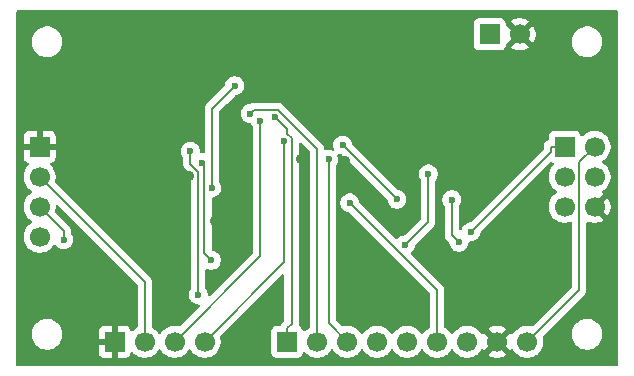
<source format=gbl>
%TF.GenerationSoftware,KiCad,Pcbnew,9.0.6-9.0.6~ubuntu24.04.1*%
%TF.CreationDate,2025-12-02T23:55:24-06:00*%
%TF.ProjectId,mcu_datalogger,6d63755f-6461-4746-916c-6f676765722e,v1*%
%TF.SameCoordinates,Original*%
%TF.FileFunction,Copper,L2,Bot*%
%TF.FilePolarity,Positive*%
%FSLAX46Y46*%
G04 Gerber Fmt 4.6, Leading zero omitted, Abs format (unit mm)*
G04 Created by KiCad (PCBNEW 9.0.6-9.0.6~ubuntu24.04.1) date 2025-12-02 23:55:24*
%MOMM*%
%LPD*%
G01*
G04 APERTURE LIST*
%TA.AperFunction,ComponentPad*%
%ADD10R,1.700000X1.700000*%
%TD*%
%TA.AperFunction,ComponentPad*%
%ADD11C,1.700000*%
%TD*%
%TA.AperFunction,ViaPad*%
%ADD12C,0.600000*%
%TD*%
%TA.AperFunction,ViaPad*%
%ADD13C,0.900000*%
%TD*%
%TA.AperFunction,Conductor*%
%ADD14C,0.200000*%
%TD*%
G04 APERTURE END LIST*
D10*
%TO.P,BT1,1,+*%
%TO.N,VCC*%
X103505000Y-46990000D03*
D11*
%TO.P,BT1,2,-*%
%TO.N,GND*%
X106045000Y-46990000D03*
%TD*%
D10*
%TO.P,J4,1,Pin_1*%
%TO.N,/MISO*%
X109855000Y-56515000D03*
D11*
%TO.P,J4,2,Pin_2*%
%TO.N,/Vcc*%
X112395000Y-56515000D03*
%TO.P,J4,3,Pin_3*%
%TO.N,/SCK*%
X109855000Y-59055000D03*
%TO.P,J4,4,Pin_4*%
%TO.N,/MOSI*%
X112395000Y-59055000D03*
%TO.P,J4,5,Pin_5*%
%TO.N,/RESET*%
X109855000Y-61595000D03*
%TO.P,J4,6,Pin_6*%
%TO.N,GND*%
X112395000Y-61595000D03*
%TD*%
D10*
%TO.P,J3,1,Pin_1*%
%TO.N,/D2*%
X86360000Y-73025000D03*
D11*
%TO.P,J3,2,Pin_2*%
%TO.N,/D3*%
X88900000Y-73025000D03*
%TO.P,J3,3,Pin_3*%
%TO.N,/D4*%
X91440000Y-73025000D03*
%TO.P,J3,4,Pin_4*%
%TO.N,/D5*%
X93980000Y-73025000D03*
%TO.P,J3,5,Pin_5*%
%TO.N,/D6*%
X96520000Y-73025000D03*
%TO.P,J3,6,Pin_6*%
%TO.N,/D7*%
X99060000Y-73025000D03*
%TO.P,J3,7,Pin_7*%
%TO.N,/D8*%
X101600000Y-73025000D03*
%TO.P,J3,8,Pin_8*%
%TO.N,GND*%
X104140000Y-73025000D03*
%TO.P,J3,9,Pin_9*%
%TO.N,/Vcc*%
X106680000Y-73025000D03*
%TD*%
D10*
%TO.P,J2,1,Pin_1*%
%TO.N,GND*%
X71755000Y-73025000D03*
D11*
%TO.P,J2,2,Pin_2*%
%TO.N,/Vcc*%
X74295000Y-73025000D03*
%TO.P,J2,3,Pin_3*%
%TO.N,/RX*%
X76835000Y-73025000D03*
%TO.P,J2,4,Pin_4*%
%TO.N,/TX*%
X79375000Y-73025000D03*
%TD*%
D10*
%TO.P,J1,1,Pin_1*%
%TO.N,GND*%
X65405000Y-56515000D03*
D11*
%TO.P,J1,2,Pin_2*%
%TO.N,/Vcc*%
X65405000Y-59055000D03*
%TO.P,J1,3,Pin_3*%
%TO.N,/SDA*%
X65405000Y-61595000D03*
%TO.P,J1,4,Pin_4*%
%TO.N,/SCL*%
X65405000Y-64135000D03*
%TD*%
D12*
%TO.N,Net-(U3-~{INTA})*%
X78846400Y-69061200D03*
X78168900Y-56892200D03*
%TO.N,Net-(U3-SQW{slash}~INT)*%
X79934300Y-66115400D03*
X79110700Y-57863600D03*
%TO.N,/MISO*%
X101901400Y-63724000D03*
%TO.N,/RESET*%
X91052000Y-56364300D03*
X95660300Y-60969600D03*
%TO.N,/D4*%
X89871600Y-57579700D03*
%TO.N,/D3*%
X83251500Y-53703300D03*
%TO.N,/D2*%
X85320100Y-53984400D03*
%TO.N,/D7*%
X91668800Y-61268500D03*
%TO.N,/TX*%
X86131900Y-56028300D03*
%TO.N,/RX*%
X84078400Y-54325200D03*
%TO.N,/SDA*%
X81907700Y-51349600D03*
X79965700Y-60007000D03*
X67438700Y-64382200D03*
%TO.N,Net-(D1-K)*%
X100300100Y-60989200D03*
X100904400Y-64610900D03*
%TO.N,Net-(U4-AREF)*%
X96379400Y-64800100D03*
X98319200Y-58810800D03*
D13*
%TO.N,GND*%
X96142900Y-48619400D03*
X78761500Y-48619400D03*
X107643500Y-55700800D03*
X78044600Y-59025100D03*
X86698500Y-50830300D03*
X101571600Y-45828000D03*
X99039800Y-65700800D03*
X101601100Y-60007000D03*
X72294300Y-50266700D03*
X99547100Y-57160100D03*
X73024800Y-62853900D03*
X91289300Y-57697300D03*
X72294300Y-48506300D03*
X80260400Y-62783200D03*
X87564500Y-57551800D03*
%TD*%
D14*
%TO.N,Net-(U3-~{INTA})*%
X78846400Y-58618200D02*
X78846400Y-69061200D01*
X78168900Y-57940700D02*
X78846400Y-58618200D01*
X78168900Y-56892200D02*
X78168900Y-57940700D01*
%TO.N,Net-(U3-SQW{slash}~INT)*%
X79364000Y-65545100D02*
X79934300Y-66115400D01*
X79364000Y-58116900D02*
X79364000Y-65545100D01*
X79110700Y-57863600D02*
X79364000Y-58116900D01*
%TO.N,/MISO*%
X108703300Y-56922100D02*
X101901400Y-63724000D01*
X108703300Y-56515000D02*
X108703300Y-56922100D01*
X109855000Y-56515000D02*
X108703300Y-56515000D01*
%TO.N,/RESET*%
X91579100Y-56891400D02*
X91052000Y-56364300D01*
X91579100Y-56891500D02*
X91579100Y-56891400D01*
X91617400Y-56891500D02*
X91579100Y-56891500D01*
X95660300Y-60934400D02*
X91617400Y-56891500D01*
X95660300Y-60969600D02*
X95660300Y-60934400D01*
%TO.N,/D4*%
X89871600Y-71456600D02*
X91440000Y-73025000D01*
X89871600Y-57579700D02*
X89871600Y-71456600D01*
%TO.N,/D3*%
X83572200Y-53382600D02*
X83251500Y-53703300D01*
X85580600Y-53382600D02*
X83572200Y-53382600D01*
X88900000Y-56702000D02*
X85580600Y-53382600D01*
X88900000Y-73025000D02*
X88900000Y-56702000D01*
%TO.N,/D2*%
X86360000Y-55024300D02*
X85320100Y-53984400D01*
X86360000Y-55405600D02*
X86360000Y-55024300D01*
X86360100Y-55405600D02*
X86360000Y-55405600D01*
X86733600Y-55779100D02*
X86360100Y-55405600D01*
X86733600Y-71499700D02*
X86733600Y-55779100D01*
X86360000Y-71873300D02*
X86733600Y-71499700D01*
X86360000Y-73025000D02*
X86360000Y-71873300D01*
%TO.N,/D7*%
X99060000Y-68659700D02*
X91668800Y-61268500D01*
X99060000Y-73025000D02*
X99060000Y-68659700D01*
%TO.N,/TX*%
X86131900Y-66268100D02*
X86131900Y-56028300D01*
X79375000Y-73025000D02*
X86131900Y-66268100D01*
%TO.N,/RX*%
X84078400Y-65781600D02*
X84078400Y-54325200D01*
X76835000Y-73025000D02*
X84078400Y-65781600D01*
%TO.N,/SDA*%
X79965700Y-53291600D02*
X79965700Y-60007000D01*
X81907700Y-51349600D02*
X79965700Y-53291600D01*
X67438700Y-63628700D02*
X67438700Y-64382200D01*
X65405000Y-61595000D02*
X67438700Y-63628700D01*
%TO.N,Net-(D1-K)*%
X100300100Y-64006600D02*
X100904400Y-64610900D01*
X100300100Y-60989200D02*
X100300100Y-64006600D01*
%TO.N,Net-(U4-AREF)*%
X98319200Y-62860300D02*
X98319200Y-58810800D01*
X96379400Y-64800100D02*
X98319200Y-62860300D01*
%TO.N,/Vcc*%
X111100000Y-68605000D02*
X106680000Y-73025000D01*
X111100000Y-57810000D02*
X111100000Y-68605000D01*
X112395000Y-56515000D02*
X111100000Y-57810000D01*
X74295000Y-67945000D02*
X74295000Y-73025000D01*
X65405000Y-59055000D02*
X74295000Y-67945000D01*
%TD*%
%TA.AperFunction,Conductor*%
%TO.N,GND*%
G36*
X87539303Y-56190984D02*
G01*
X87545781Y-56197016D01*
X88263181Y-56914416D01*
X88296666Y-56975739D01*
X88299500Y-57002097D01*
X88299500Y-71739281D01*
X88279815Y-71806320D01*
X88231795Y-71849765D01*
X88192185Y-71869947D01*
X88192184Y-71869948D01*
X88020215Y-71994889D01*
X87906673Y-72108431D01*
X87845350Y-72141915D01*
X87775658Y-72136931D01*
X87719725Y-72095059D01*
X87702810Y-72064082D01*
X87653797Y-71932671D01*
X87653793Y-71932664D01*
X87567547Y-71817455D01*
X87567544Y-71817452D01*
X87452335Y-71731206D01*
X87452325Y-71731201D01*
X87412992Y-71716530D01*
X87357059Y-71674658D01*
X87332643Y-71609194D01*
X87333388Y-71584160D01*
X87334098Y-71578760D01*
X87334100Y-71578757D01*
X87334100Y-71420643D01*
X87334100Y-56284697D01*
X87353785Y-56217658D01*
X87406589Y-56171903D01*
X87475747Y-56161959D01*
X87539303Y-56190984D01*
G37*
%TD.AperFunction*%
%TA.AperFunction,Conductor*%
G36*
X114314039Y-44970185D02*
G01*
X114359794Y-45022989D01*
X114371000Y-45074500D01*
X114371000Y-74940500D01*
X114351315Y-75007539D01*
X114298511Y-75053294D01*
X114247000Y-75064500D01*
X63553000Y-75064500D01*
X63485961Y-75044815D01*
X63440206Y-74992011D01*
X63429000Y-74940500D01*
X63429000Y-72287648D01*
X64739500Y-72287648D01*
X64739500Y-72492351D01*
X64771522Y-72694534D01*
X64834781Y-72889223D01*
X64898691Y-73014653D01*
X64927712Y-73071609D01*
X64927715Y-73071613D01*
X65048028Y-73237213D01*
X65192786Y-73381971D01*
X65336867Y-73486650D01*
X65358390Y-73502287D01*
X65474607Y-73561503D01*
X65540776Y-73595218D01*
X65540778Y-73595218D01*
X65540781Y-73595220D01*
X65645137Y-73629127D01*
X65735465Y-73658477D01*
X65777944Y-73665205D01*
X65937648Y-73690500D01*
X65937649Y-73690500D01*
X66142351Y-73690500D01*
X66142352Y-73690500D01*
X66344534Y-73658477D01*
X66539219Y-73595220D01*
X66721610Y-73502287D01*
X66827851Y-73425099D01*
X66887213Y-73381971D01*
X66887215Y-73381968D01*
X66887219Y-73381966D01*
X67031966Y-73237219D01*
X67108930Y-73131287D01*
X67111037Y-73128384D01*
X67152287Y-73071610D01*
X67245220Y-72889219D01*
X67308477Y-72694534D01*
X67340500Y-72492352D01*
X67340500Y-72287648D01*
X67308477Y-72085466D01*
X67245220Y-71890781D01*
X67245218Y-71890778D01*
X67245218Y-71890776D01*
X67185668Y-71773904D01*
X67152287Y-71708390D01*
X67132320Y-71680908D01*
X67031971Y-71542786D01*
X66887213Y-71398028D01*
X66721613Y-71277715D01*
X66721612Y-71277714D01*
X66721610Y-71277713D01*
X66655804Y-71244183D01*
X66539223Y-71184781D01*
X66344534Y-71121522D01*
X66169995Y-71093878D01*
X66142352Y-71089500D01*
X65937648Y-71089500D01*
X65913329Y-71093351D01*
X65735465Y-71121522D01*
X65540776Y-71184781D01*
X65358386Y-71277715D01*
X65192786Y-71398028D01*
X65048028Y-71542786D01*
X64927715Y-71708386D01*
X64834781Y-71890776D01*
X64771522Y-72085465D01*
X64739500Y-72287648D01*
X63429000Y-72287648D01*
X63429000Y-58948713D01*
X64054500Y-58948713D01*
X64054500Y-59161286D01*
X64087753Y-59371239D01*
X64087753Y-59371241D01*
X64087754Y-59371243D01*
X64142431Y-59539522D01*
X64153444Y-59573414D01*
X64249951Y-59762820D01*
X64374890Y-59934786D01*
X64525213Y-60085109D01*
X64697182Y-60210050D01*
X64705946Y-60214516D01*
X64756742Y-60262491D01*
X64773536Y-60330312D01*
X64750998Y-60396447D01*
X64705946Y-60435484D01*
X64697182Y-60439949D01*
X64525213Y-60564890D01*
X64374890Y-60715213D01*
X64249951Y-60887179D01*
X64153444Y-61076585D01*
X64087753Y-61278760D01*
X64054500Y-61488713D01*
X64054500Y-61701286D01*
X64087753Y-61911239D01*
X64087753Y-61911241D01*
X64087754Y-61911243D01*
X64142431Y-62079522D01*
X64153444Y-62113414D01*
X64249951Y-62302820D01*
X64374890Y-62474786D01*
X64525213Y-62625109D01*
X64697182Y-62750050D01*
X64705946Y-62754516D01*
X64756742Y-62802491D01*
X64773536Y-62870312D01*
X64750998Y-62936447D01*
X64705946Y-62975484D01*
X64697182Y-62979949D01*
X64525213Y-63104890D01*
X64374890Y-63255213D01*
X64249951Y-63427179D01*
X64153444Y-63616585D01*
X64087753Y-63818760D01*
X64054500Y-64028713D01*
X64054500Y-64241286D01*
X64082908Y-64420651D01*
X64087754Y-64451243D01*
X64144393Y-64625560D01*
X64153444Y-64653414D01*
X64249951Y-64842820D01*
X64374890Y-65014786D01*
X64525213Y-65165109D01*
X64697179Y-65290048D01*
X64697181Y-65290049D01*
X64697184Y-65290051D01*
X64886588Y-65386557D01*
X65088757Y-65452246D01*
X65298713Y-65485500D01*
X65298714Y-65485500D01*
X65511286Y-65485500D01*
X65511287Y-65485500D01*
X65721243Y-65452246D01*
X65923412Y-65386557D01*
X66112816Y-65290051D01*
X66192750Y-65231976D01*
X66284786Y-65165109D01*
X66284788Y-65165106D01*
X66284792Y-65165104D01*
X66435104Y-65014792D01*
X66435106Y-65014788D01*
X66435109Y-65014786D01*
X66560048Y-64842820D01*
X66560047Y-64842820D01*
X66560051Y-64842816D01*
X66560765Y-64841413D01*
X66561180Y-64840973D01*
X66562596Y-64838664D01*
X66563080Y-64838961D01*
X66608733Y-64790612D01*
X66676552Y-64773809D01*
X66742690Y-64796339D01*
X66774358Y-64828805D01*
X66816910Y-64892488D01*
X66816913Y-64892492D01*
X66928407Y-65003986D01*
X66928411Y-65003989D01*
X67059514Y-65091590D01*
X67059527Y-65091597D01*
X67130977Y-65121192D01*
X67205203Y-65151937D01*
X67342660Y-65179279D01*
X67359853Y-65182699D01*
X67359856Y-65182700D01*
X67359858Y-65182700D01*
X67517544Y-65182700D01*
X67517545Y-65182699D01*
X67672197Y-65151937D01*
X67817879Y-65091594D01*
X67948989Y-65003989D01*
X68060489Y-64892489D01*
X68148094Y-64761379D01*
X68208437Y-64615697D01*
X68239200Y-64461042D01*
X68239200Y-64303358D01*
X68239200Y-64303355D01*
X68239199Y-64303353D01*
X68237542Y-64295024D01*
X68208437Y-64148703D01*
X68189583Y-64103185D01*
X68148097Y-64003027D01*
X68148090Y-64003014D01*
X68060098Y-63871325D01*
X68039220Y-63804647D01*
X68039200Y-63802434D01*
X68039200Y-63549645D01*
X68039200Y-63549643D01*
X68006387Y-63427184D01*
X67998277Y-63396915D01*
X67947710Y-63309331D01*
X67919220Y-63259984D01*
X67807416Y-63148180D01*
X67807415Y-63148179D01*
X67803085Y-63143849D01*
X67803074Y-63143839D01*
X66738757Y-62079522D01*
X66705272Y-62018199D01*
X66708507Y-61953523D01*
X66722246Y-61911243D01*
X66755500Y-61701287D01*
X66755500Y-61554097D01*
X66775185Y-61487058D01*
X66827989Y-61441303D01*
X66897147Y-61431359D01*
X66960703Y-61460384D01*
X66967181Y-61466416D01*
X73658181Y-68157416D01*
X73691666Y-68218739D01*
X73694500Y-68245097D01*
X73694500Y-71739281D01*
X73674815Y-71806320D01*
X73626795Y-71849765D01*
X73587185Y-71869947D01*
X73587184Y-71869948D01*
X73415215Y-71994889D01*
X73301285Y-72108819D01*
X73239962Y-72142303D01*
X73170270Y-72137319D01*
X73114337Y-72095447D01*
X73097422Y-72064470D01*
X73048354Y-71932913D01*
X73048350Y-71932906D01*
X72962190Y-71817812D01*
X72962187Y-71817809D01*
X72847093Y-71731649D01*
X72847086Y-71731645D01*
X72712379Y-71681403D01*
X72712372Y-71681401D01*
X72652844Y-71675000D01*
X72005000Y-71675000D01*
X72005000Y-72591988D01*
X71947993Y-72559075D01*
X71820826Y-72525000D01*
X71689174Y-72525000D01*
X71562007Y-72559075D01*
X71505000Y-72591988D01*
X71505000Y-71675000D01*
X70857155Y-71675000D01*
X70797627Y-71681401D01*
X70797620Y-71681403D01*
X70662913Y-71731645D01*
X70662906Y-71731649D01*
X70547812Y-71817809D01*
X70547809Y-71817812D01*
X70461649Y-71932906D01*
X70461645Y-71932913D01*
X70411403Y-72067620D01*
X70411401Y-72067627D01*
X70405000Y-72127155D01*
X70405000Y-72775000D01*
X71321988Y-72775000D01*
X71289075Y-72832007D01*
X71255000Y-72959174D01*
X71255000Y-73090826D01*
X71289075Y-73217993D01*
X71321988Y-73275000D01*
X70405000Y-73275000D01*
X70405000Y-73922844D01*
X70411401Y-73982372D01*
X70411403Y-73982379D01*
X70461645Y-74117086D01*
X70461649Y-74117093D01*
X70547809Y-74232187D01*
X70547812Y-74232190D01*
X70662906Y-74318350D01*
X70662913Y-74318354D01*
X70797620Y-74368596D01*
X70797627Y-74368598D01*
X70857155Y-74374999D01*
X70857172Y-74375000D01*
X71505000Y-74375000D01*
X71505000Y-73458012D01*
X71562007Y-73490925D01*
X71689174Y-73525000D01*
X71820826Y-73525000D01*
X71947993Y-73490925D01*
X72005000Y-73458012D01*
X72005000Y-74375000D01*
X72652828Y-74375000D01*
X72652844Y-74374999D01*
X72712372Y-74368598D01*
X72712379Y-74368596D01*
X72847086Y-74318354D01*
X72847093Y-74318350D01*
X72962187Y-74232190D01*
X72962190Y-74232187D01*
X73048350Y-74117093D01*
X73048354Y-74117086D01*
X73097422Y-73985529D01*
X73139293Y-73929595D01*
X73204757Y-73905178D01*
X73273030Y-73920030D01*
X73301285Y-73941181D01*
X73415213Y-74055109D01*
X73587179Y-74180048D01*
X73587181Y-74180049D01*
X73587184Y-74180051D01*
X73776588Y-74276557D01*
X73978757Y-74342246D01*
X74188713Y-74375500D01*
X74188714Y-74375500D01*
X74401286Y-74375500D01*
X74401287Y-74375500D01*
X74611243Y-74342246D01*
X74813412Y-74276557D01*
X75002816Y-74180051D01*
X75089138Y-74117335D01*
X75174786Y-74055109D01*
X75174788Y-74055106D01*
X75174792Y-74055104D01*
X75325104Y-73904792D01*
X75325106Y-73904788D01*
X75325109Y-73904786D01*
X75450048Y-73732820D01*
X75450047Y-73732820D01*
X75450051Y-73732816D01*
X75454514Y-73724054D01*
X75502488Y-73673259D01*
X75570308Y-73656463D01*
X75636444Y-73678999D01*
X75675486Y-73724056D01*
X75679951Y-73732820D01*
X75804890Y-73904786D01*
X75955213Y-74055109D01*
X76127179Y-74180048D01*
X76127181Y-74180049D01*
X76127184Y-74180051D01*
X76316588Y-74276557D01*
X76518757Y-74342246D01*
X76728713Y-74375500D01*
X76728714Y-74375500D01*
X76941286Y-74375500D01*
X76941287Y-74375500D01*
X77151243Y-74342246D01*
X77353412Y-74276557D01*
X77542816Y-74180051D01*
X77629138Y-74117335D01*
X77714786Y-74055109D01*
X77714788Y-74055106D01*
X77714792Y-74055104D01*
X77865104Y-73904792D01*
X77865106Y-73904788D01*
X77865109Y-73904786D01*
X77990048Y-73732820D01*
X77990047Y-73732820D01*
X77990051Y-73732816D01*
X77994514Y-73724054D01*
X78042488Y-73673259D01*
X78110308Y-73656463D01*
X78176444Y-73678999D01*
X78215486Y-73724056D01*
X78219951Y-73732820D01*
X78344890Y-73904786D01*
X78495213Y-74055109D01*
X78667179Y-74180048D01*
X78667181Y-74180049D01*
X78667184Y-74180051D01*
X78856588Y-74276557D01*
X79058757Y-74342246D01*
X79268713Y-74375500D01*
X79268714Y-74375500D01*
X79481286Y-74375500D01*
X79481287Y-74375500D01*
X79691243Y-74342246D01*
X79893412Y-74276557D01*
X80082816Y-74180051D01*
X80169138Y-74117335D01*
X80254786Y-74055109D01*
X80254788Y-74055106D01*
X80254792Y-74055104D01*
X80405104Y-73904792D01*
X80405106Y-73904788D01*
X80405109Y-73904786D01*
X80530048Y-73732820D01*
X80530047Y-73732820D01*
X80530051Y-73732816D01*
X80626557Y-73543412D01*
X80692246Y-73341243D01*
X80725500Y-73131287D01*
X80725500Y-72918713D01*
X80692246Y-72708757D01*
X80678506Y-72666473D01*
X80676512Y-72596635D01*
X80708755Y-72540478D01*
X85921421Y-67327813D01*
X85982742Y-67294330D01*
X86052434Y-67299314D01*
X86108367Y-67341186D01*
X86132784Y-67406650D01*
X86133100Y-67415496D01*
X86133100Y-71199602D01*
X86113415Y-71266641D01*
X86096781Y-71287283D01*
X85879481Y-71504582D01*
X85879479Y-71504585D01*
X85836658Y-71578755D01*
X85836656Y-71578758D01*
X85817173Y-71612502D01*
X85766605Y-71660717D01*
X85709787Y-71674500D01*
X85462130Y-71674500D01*
X85462123Y-71674501D01*
X85402516Y-71680908D01*
X85267671Y-71731202D01*
X85267664Y-71731206D01*
X85152455Y-71817452D01*
X85152452Y-71817455D01*
X85066206Y-71932664D01*
X85066202Y-71932671D01*
X85015908Y-72067517D01*
X85009501Y-72127116D01*
X85009500Y-72127135D01*
X85009500Y-73922870D01*
X85009501Y-73922876D01*
X85015908Y-73982483D01*
X85066202Y-74117328D01*
X85066206Y-74117335D01*
X85152452Y-74232544D01*
X85152455Y-74232547D01*
X85267664Y-74318793D01*
X85267671Y-74318797D01*
X85402517Y-74369091D01*
X85402516Y-74369091D01*
X85409444Y-74369835D01*
X85462127Y-74375500D01*
X87257872Y-74375499D01*
X87317483Y-74369091D01*
X87452331Y-74318796D01*
X87567546Y-74232546D01*
X87653796Y-74117331D01*
X87702810Y-73985916D01*
X87744681Y-73929984D01*
X87810145Y-73905566D01*
X87878418Y-73920417D01*
X87906673Y-73941569D01*
X88020213Y-74055109D01*
X88192179Y-74180048D01*
X88192181Y-74180049D01*
X88192184Y-74180051D01*
X88381588Y-74276557D01*
X88583757Y-74342246D01*
X88793713Y-74375500D01*
X88793714Y-74375500D01*
X89006286Y-74375500D01*
X89006287Y-74375500D01*
X89216243Y-74342246D01*
X89418412Y-74276557D01*
X89607816Y-74180051D01*
X89694138Y-74117335D01*
X89779786Y-74055109D01*
X89779788Y-74055106D01*
X89779792Y-74055104D01*
X89930104Y-73904792D01*
X89930106Y-73904788D01*
X89930109Y-73904786D01*
X90055048Y-73732820D01*
X90055047Y-73732820D01*
X90055051Y-73732816D01*
X90059514Y-73724054D01*
X90107488Y-73673259D01*
X90175308Y-73656463D01*
X90241444Y-73678999D01*
X90280486Y-73724056D01*
X90284951Y-73732820D01*
X90409890Y-73904786D01*
X90560213Y-74055109D01*
X90732179Y-74180048D01*
X90732181Y-74180049D01*
X90732184Y-74180051D01*
X90921588Y-74276557D01*
X91123757Y-74342246D01*
X91333713Y-74375500D01*
X91333714Y-74375500D01*
X91546286Y-74375500D01*
X91546287Y-74375500D01*
X91756243Y-74342246D01*
X91958412Y-74276557D01*
X92147816Y-74180051D01*
X92234138Y-74117335D01*
X92319786Y-74055109D01*
X92319788Y-74055106D01*
X92319792Y-74055104D01*
X92470104Y-73904792D01*
X92470106Y-73904788D01*
X92470109Y-73904786D01*
X92595048Y-73732820D01*
X92595047Y-73732820D01*
X92595051Y-73732816D01*
X92599514Y-73724054D01*
X92647488Y-73673259D01*
X92715308Y-73656463D01*
X92781444Y-73678999D01*
X92820486Y-73724056D01*
X92824951Y-73732820D01*
X92949890Y-73904786D01*
X93100213Y-74055109D01*
X93272179Y-74180048D01*
X93272181Y-74180049D01*
X93272184Y-74180051D01*
X93461588Y-74276557D01*
X93663757Y-74342246D01*
X93873713Y-74375500D01*
X93873714Y-74375500D01*
X94086286Y-74375500D01*
X94086287Y-74375500D01*
X94296243Y-74342246D01*
X94498412Y-74276557D01*
X94687816Y-74180051D01*
X94774138Y-74117335D01*
X94859786Y-74055109D01*
X94859788Y-74055106D01*
X94859792Y-74055104D01*
X95010104Y-73904792D01*
X95010106Y-73904788D01*
X95010109Y-73904786D01*
X95135048Y-73732820D01*
X95135047Y-73732820D01*
X95135051Y-73732816D01*
X95139514Y-73724054D01*
X95187488Y-73673259D01*
X95255308Y-73656463D01*
X95321444Y-73678999D01*
X95360486Y-73724056D01*
X95364951Y-73732820D01*
X95489890Y-73904786D01*
X95640213Y-74055109D01*
X95812179Y-74180048D01*
X95812181Y-74180049D01*
X95812184Y-74180051D01*
X96001588Y-74276557D01*
X96203757Y-74342246D01*
X96413713Y-74375500D01*
X96413714Y-74375500D01*
X96626286Y-74375500D01*
X96626287Y-74375500D01*
X96836243Y-74342246D01*
X97038412Y-74276557D01*
X97227816Y-74180051D01*
X97314138Y-74117335D01*
X97399786Y-74055109D01*
X97399788Y-74055106D01*
X97399792Y-74055104D01*
X97550104Y-73904792D01*
X97550106Y-73904788D01*
X97550109Y-73904786D01*
X97675048Y-73732820D01*
X97675047Y-73732820D01*
X97675051Y-73732816D01*
X97679514Y-73724054D01*
X97727488Y-73673259D01*
X97795308Y-73656463D01*
X97861444Y-73678999D01*
X97900486Y-73724056D01*
X97904951Y-73732820D01*
X98029890Y-73904786D01*
X98180213Y-74055109D01*
X98352179Y-74180048D01*
X98352181Y-74180049D01*
X98352184Y-74180051D01*
X98541588Y-74276557D01*
X98743757Y-74342246D01*
X98953713Y-74375500D01*
X98953714Y-74375500D01*
X99166286Y-74375500D01*
X99166287Y-74375500D01*
X99376243Y-74342246D01*
X99578412Y-74276557D01*
X99767816Y-74180051D01*
X99854138Y-74117335D01*
X99939786Y-74055109D01*
X99939788Y-74055106D01*
X99939792Y-74055104D01*
X100090104Y-73904792D01*
X100090106Y-73904788D01*
X100090109Y-73904786D01*
X100215048Y-73732820D01*
X100215047Y-73732820D01*
X100215051Y-73732816D01*
X100219514Y-73724054D01*
X100267488Y-73673259D01*
X100335308Y-73656463D01*
X100401444Y-73678999D01*
X100440486Y-73724056D01*
X100444951Y-73732820D01*
X100569890Y-73904786D01*
X100720213Y-74055109D01*
X100892179Y-74180048D01*
X100892181Y-74180049D01*
X100892184Y-74180051D01*
X101081588Y-74276557D01*
X101283757Y-74342246D01*
X101493713Y-74375500D01*
X101493714Y-74375500D01*
X101706286Y-74375500D01*
X101706287Y-74375500D01*
X101916243Y-74342246D01*
X102118412Y-74276557D01*
X102307816Y-74180051D01*
X102394138Y-74117335D01*
X102479786Y-74055109D01*
X102479788Y-74055106D01*
X102479792Y-74055104D01*
X102630104Y-73904792D01*
X102630106Y-73904788D01*
X102630109Y-73904786D01*
X102715890Y-73786717D01*
X102755051Y-73732816D01*
X102759793Y-73723508D01*
X102807763Y-73672711D01*
X102875583Y-73655911D01*
X102941719Y-73678445D01*
X102980763Y-73723500D01*
X102985373Y-73732547D01*
X103024728Y-73786716D01*
X103657037Y-73154408D01*
X103674075Y-73217993D01*
X103739901Y-73332007D01*
X103832993Y-73425099D01*
X103947007Y-73490925D01*
X104010590Y-73507962D01*
X103378282Y-74140269D01*
X103378282Y-74140270D01*
X103432449Y-74179624D01*
X103621782Y-74276095D01*
X103823870Y-74341757D01*
X104033754Y-74375000D01*
X104246246Y-74375000D01*
X104456127Y-74341757D01*
X104456130Y-74341757D01*
X104658217Y-74276095D01*
X104847554Y-74179622D01*
X104901716Y-74140270D01*
X104901717Y-74140270D01*
X104269408Y-73507962D01*
X104332993Y-73490925D01*
X104447007Y-73425099D01*
X104540099Y-73332007D01*
X104605925Y-73217993D01*
X104622962Y-73154409D01*
X105255270Y-73786717D01*
X105255270Y-73786716D01*
X105294622Y-73732555D01*
X105299232Y-73723507D01*
X105347205Y-73672709D01*
X105415025Y-73655912D01*
X105481161Y-73678447D01*
X105520204Y-73723504D01*
X105524949Y-73732817D01*
X105649890Y-73904786D01*
X105800213Y-74055109D01*
X105972179Y-74180048D01*
X105972181Y-74180049D01*
X105972184Y-74180051D01*
X106161588Y-74276557D01*
X106363757Y-74342246D01*
X106573713Y-74375500D01*
X106573714Y-74375500D01*
X106786286Y-74375500D01*
X106786287Y-74375500D01*
X106996243Y-74342246D01*
X107198412Y-74276557D01*
X107387816Y-74180051D01*
X107474138Y-74117335D01*
X107559786Y-74055109D01*
X107559788Y-74055106D01*
X107559792Y-74055104D01*
X107710104Y-73904792D01*
X107710106Y-73904788D01*
X107710109Y-73904786D01*
X107835048Y-73732820D01*
X107835047Y-73732820D01*
X107835051Y-73732816D01*
X107931557Y-73543412D01*
X107997246Y-73341243D01*
X108030500Y-73131287D01*
X108030500Y-72918713D01*
X107997246Y-72708757D01*
X107983506Y-72666473D01*
X107981512Y-72596635D01*
X108013755Y-72540478D01*
X108266585Y-72287648D01*
X110459500Y-72287648D01*
X110459500Y-72492351D01*
X110491522Y-72694534D01*
X110554781Y-72889223D01*
X110618691Y-73014653D01*
X110647712Y-73071609D01*
X110647715Y-73071613D01*
X110768028Y-73237213D01*
X110912786Y-73381971D01*
X111056867Y-73486650D01*
X111078390Y-73502287D01*
X111194607Y-73561503D01*
X111260776Y-73595218D01*
X111260778Y-73595218D01*
X111260781Y-73595220D01*
X111365137Y-73629127D01*
X111455465Y-73658477D01*
X111497944Y-73665205D01*
X111657648Y-73690500D01*
X111657649Y-73690500D01*
X111862351Y-73690500D01*
X111862352Y-73690500D01*
X112064534Y-73658477D01*
X112259219Y-73595220D01*
X112441610Y-73502287D01*
X112547851Y-73425099D01*
X112607213Y-73381971D01*
X112607215Y-73381968D01*
X112607219Y-73381966D01*
X112751966Y-73237219D01*
X112751968Y-73237215D01*
X112751971Y-73237213D01*
X112804732Y-73164590D01*
X112872287Y-73071610D01*
X112965220Y-72889219D01*
X113028477Y-72694534D01*
X113060500Y-72492352D01*
X113060500Y-72287648D01*
X113036690Y-72137319D01*
X113028477Y-72085465D01*
X112999047Y-71994889D01*
X112965220Y-71890781D01*
X112965218Y-71890778D01*
X112965218Y-71890776D01*
X112905668Y-71773904D01*
X112872287Y-71708390D01*
X112852320Y-71680908D01*
X112751971Y-71542786D01*
X112607213Y-71398028D01*
X112441613Y-71277715D01*
X112441612Y-71277714D01*
X112441610Y-71277713D01*
X112375804Y-71244183D01*
X112259223Y-71184781D01*
X112064534Y-71121522D01*
X111889995Y-71093878D01*
X111862352Y-71089500D01*
X111657648Y-71089500D01*
X111633329Y-71093351D01*
X111455465Y-71121522D01*
X111260776Y-71184781D01*
X111078386Y-71277715D01*
X110912786Y-71398028D01*
X110768028Y-71542786D01*
X110647715Y-71708386D01*
X110554781Y-71890776D01*
X110491522Y-72085465D01*
X110459500Y-72287648D01*
X108266585Y-72287648D01*
X111458506Y-69095728D01*
X111458511Y-69095724D01*
X111468714Y-69085520D01*
X111468716Y-69085520D01*
X111580520Y-68973716D01*
X111603774Y-68933439D01*
X111639550Y-68871473D01*
X111639553Y-68871464D01*
X111639559Y-68871456D01*
X111659577Y-68836785D01*
X111700501Y-68684057D01*
X111700501Y-68525943D01*
X111700501Y-68518348D01*
X111700500Y-68518330D01*
X111700500Y-62958624D01*
X111720185Y-62891585D01*
X111772989Y-62845830D01*
X111842147Y-62835886D01*
X111871815Y-62845327D01*
X111872271Y-62844227D01*
X111876773Y-62846091D01*
X112078871Y-62911757D01*
X112288754Y-62945000D01*
X112501246Y-62945000D01*
X112711127Y-62911757D01*
X112711130Y-62911757D01*
X112913217Y-62846095D01*
X113102554Y-62749622D01*
X113156716Y-62710270D01*
X113156717Y-62710270D01*
X112524409Y-62077962D01*
X112587993Y-62060925D01*
X112702007Y-61995099D01*
X112795099Y-61902007D01*
X112860925Y-61787993D01*
X112877962Y-61724408D01*
X113510270Y-62356717D01*
X113510270Y-62356716D01*
X113549622Y-62302554D01*
X113646095Y-62113217D01*
X113711757Y-61911130D01*
X113711757Y-61911127D01*
X113745000Y-61701246D01*
X113745000Y-61488753D01*
X113711757Y-61278872D01*
X113711757Y-61278869D01*
X113646095Y-61076782D01*
X113549624Y-60887449D01*
X113510270Y-60833282D01*
X113510269Y-60833282D01*
X112877962Y-61465590D01*
X112860925Y-61402007D01*
X112795099Y-61287993D01*
X112702007Y-61194901D01*
X112587993Y-61129075D01*
X112524407Y-61112036D01*
X113156716Y-60479728D01*
X113102547Y-60440373D01*
X113102547Y-60440372D01*
X113093500Y-60435763D01*
X113042706Y-60387788D01*
X113025912Y-60319966D01*
X113048451Y-60253832D01*
X113093508Y-60214793D01*
X113102816Y-60210051D01*
X113194050Y-60143766D01*
X113274786Y-60085109D01*
X113274788Y-60085106D01*
X113274792Y-60085104D01*
X113425104Y-59934792D01*
X113425106Y-59934788D01*
X113425109Y-59934786D01*
X113550048Y-59762820D01*
X113550047Y-59762820D01*
X113550051Y-59762816D01*
X113646557Y-59573412D01*
X113712246Y-59371243D01*
X113745500Y-59161287D01*
X113745500Y-58948713D01*
X113712246Y-58738757D01*
X113646557Y-58536588D01*
X113550051Y-58347184D01*
X113550049Y-58347181D01*
X113550048Y-58347179D01*
X113425109Y-58175213D01*
X113274786Y-58024890D01*
X113102820Y-57899951D01*
X113102115Y-57899591D01*
X113094054Y-57895485D01*
X113043259Y-57847512D01*
X113026463Y-57779692D01*
X113048999Y-57713556D01*
X113094054Y-57674515D01*
X113102816Y-57670051D01*
X113189471Y-57607093D01*
X113274786Y-57545109D01*
X113274788Y-57545106D01*
X113274792Y-57545104D01*
X113425104Y-57394792D01*
X113425106Y-57394788D01*
X113425109Y-57394786D01*
X113550048Y-57222820D01*
X113550047Y-57222820D01*
X113550051Y-57222816D01*
X113646557Y-57033412D01*
X113712246Y-56831243D01*
X113745500Y-56621287D01*
X113745500Y-56408713D01*
X113712246Y-56198757D01*
X113646557Y-55996588D01*
X113550051Y-55807184D01*
X113550049Y-55807181D01*
X113550048Y-55807179D01*
X113425109Y-55635213D01*
X113274786Y-55484890D01*
X113102820Y-55359951D01*
X112913414Y-55263444D01*
X112913413Y-55263443D01*
X112913412Y-55263443D01*
X112711243Y-55197754D01*
X112711241Y-55197753D01*
X112711240Y-55197753D01*
X112549957Y-55172208D01*
X112501287Y-55164500D01*
X112288713Y-55164500D01*
X112240042Y-55172208D01*
X112078760Y-55197753D01*
X112005228Y-55221645D01*
X111910883Y-55252300D01*
X111876585Y-55263444D01*
X111687179Y-55359951D01*
X111515215Y-55484889D01*
X111401673Y-55598431D01*
X111340350Y-55631915D01*
X111270658Y-55626931D01*
X111214725Y-55585059D01*
X111197810Y-55554082D01*
X111148797Y-55422671D01*
X111148793Y-55422664D01*
X111062547Y-55307455D01*
X111062544Y-55307452D01*
X110947335Y-55221206D01*
X110947328Y-55221202D01*
X110812482Y-55170908D01*
X110812483Y-55170908D01*
X110752883Y-55164501D01*
X110752881Y-55164500D01*
X110752873Y-55164500D01*
X110752864Y-55164500D01*
X108957129Y-55164500D01*
X108957123Y-55164501D01*
X108897516Y-55170908D01*
X108762671Y-55221202D01*
X108762664Y-55221206D01*
X108647455Y-55307452D01*
X108647452Y-55307455D01*
X108561206Y-55422664D01*
X108561202Y-55422671D01*
X108510908Y-55557517D01*
X108504501Y-55617116D01*
X108504500Y-55617135D01*
X108504500Y-55864787D01*
X108484815Y-55931826D01*
X108442500Y-55972174D01*
X108334587Y-56034477D01*
X108334582Y-56034481D01*
X108222781Y-56146282D01*
X108222775Y-56146290D01*
X108143726Y-56283209D01*
X108143723Y-56283216D01*
X108102800Y-56435943D01*
X108102800Y-56622003D01*
X108083115Y-56689042D01*
X108066481Y-56709684D01*
X101886739Y-62889425D01*
X101825416Y-62922910D01*
X101823250Y-62923361D01*
X101667908Y-62954261D01*
X101667898Y-62954264D01*
X101522227Y-63014602D01*
X101522214Y-63014609D01*
X101391111Y-63102210D01*
X101391107Y-63102213D01*
X101279613Y-63213707D01*
X101279610Y-63213711D01*
X101192009Y-63344814D01*
X101192002Y-63344827D01*
X101139161Y-63472400D01*
X101095320Y-63526804D01*
X101029026Y-63548869D01*
X100961327Y-63531590D01*
X100913716Y-63480453D01*
X100900600Y-63424948D01*
X100900600Y-61568965D01*
X100920285Y-61501926D01*
X100921498Y-61500074D01*
X100929063Y-61488753D01*
X101009494Y-61368379D01*
X101069837Y-61222697D01*
X101100600Y-61068042D01*
X101100600Y-60910358D01*
X101100600Y-60910355D01*
X101100599Y-60910353D01*
X101090214Y-60858146D01*
X101069837Y-60755703D01*
X101069835Y-60755698D01*
X101009497Y-60610027D01*
X101009490Y-60610014D01*
X100921889Y-60478911D01*
X100921886Y-60478907D01*
X100810392Y-60367413D01*
X100810388Y-60367410D01*
X100679285Y-60279809D01*
X100679272Y-60279802D01*
X100533601Y-60219464D01*
X100533589Y-60219461D01*
X100378945Y-60188700D01*
X100378942Y-60188700D01*
X100221258Y-60188700D01*
X100221255Y-60188700D01*
X100066610Y-60219461D01*
X100066598Y-60219464D01*
X99920927Y-60279802D01*
X99920914Y-60279809D01*
X99789811Y-60367410D01*
X99789807Y-60367413D01*
X99678313Y-60478907D01*
X99678310Y-60478911D01*
X99590709Y-60610014D01*
X99590702Y-60610027D01*
X99530364Y-60755698D01*
X99530361Y-60755710D01*
X99499600Y-60910353D01*
X99499600Y-61068046D01*
X99530361Y-61222689D01*
X99530364Y-61222701D01*
X99590702Y-61368372D01*
X99590709Y-61368385D01*
X99678702Y-61500074D01*
X99699580Y-61566751D01*
X99699600Y-61568965D01*
X99699600Y-63919930D01*
X99699599Y-63919948D01*
X99699599Y-64085654D01*
X99699598Y-64085654D01*
X99699599Y-64085657D01*
X99740523Y-64238385D01*
X99766615Y-64283577D01*
X99786706Y-64318376D01*
X99819579Y-64375314D01*
X99819581Y-64375317D01*
X99938449Y-64494185D01*
X99938455Y-64494190D01*
X100069825Y-64625560D01*
X100103310Y-64686883D01*
X100103761Y-64689049D01*
X100134661Y-64844391D01*
X100134664Y-64844401D01*
X100195002Y-64990072D01*
X100195009Y-64990085D01*
X100282610Y-65121188D01*
X100282613Y-65121192D01*
X100394107Y-65232686D01*
X100394111Y-65232689D01*
X100525214Y-65320290D01*
X100525227Y-65320297D01*
X100670898Y-65380635D01*
X100670903Y-65380637D01*
X100798421Y-65406002D01*
X100825553Y-65411399D01*
X100825556Y-65411400D01*
X100825558Y-65411400D01*
X100983244Y-65411400D01*
X100983245Y-65411399D01*
X101137897Y-65380637D01*
X101283579Y-65320294D01*
X101414689Y-65232689D01*
X101526189Y-65121189D01*
X101613794Y-64990079D01*
X101674137Y-64844397D01*
X101704900Y-64689742D01*
X101704900Y-64648500D01*
X101724585Y-64581461D01*
X101777389Y-64535706D01*
X101828900Y-64524500D01*
X101980244Y-64524500D01*
X101980245Y-64524499D01*
X102134897Y-64493737D01*
X102280579Y-64433394D01*
X102411689Y-64345789D01*
X102523189Y-64234289D01*
X102610794Y-64103179D01*
X102615961Y-64090706D01*
X102640956Y-64030361D01*
X102671137Y-63957497D01*
X102698734Y-63818760D01*
X102702038Y-63802150D01*
X102734423Y-63740239D01*
X102735918Y-63738716D01*
X108635795Y-57838838D01*
X108651439Y-57830296D01*
X108664047Y-57817689D01*
X108681468Y-57813899D01*
X108697116Y-57805355D01*
X108714898Y-57806626D01*
X108732320Y-57802837D01*
X108766804Y-57810338D01*
X108820314Y-57830296D01*
X108894082Y-57857810D01*
X108950016Y-57899681D01*
X108974433Y-57965146D01*
X108959581Y-58033419D01*
X108938431Y-58061673D01*
X108824889Y-58175215D01*
X108699951Y-58347179D01*
X108603444Y-58536585D01*
X108537753Y-58738760D01*
X108504500Y-58948713D01*
X108504500Y-59161286D01*
X108537753Y-59371239D01*
X108537753Y-59371241D01*
X108537754Y-59371243D01*
X108592431Y-59539522D01*
X108603444Y-59573414D01*
X108699951Y-59762820D01*
X108824890Y-59934786D01*
X108975213Y-60085109D01*
X109147182Y-60210050D01*
X109155946Y-60214516D01*
X109206742Y-60262491D01*
X109223536Y-60330312D01*
X109200998Y-60396447D01*
X109155946Y-60435484D01*
X109147182Y-60439949D01*
X108975213Y-60564890D01*
X108824890Y-60715213D01*
X108699951Y-60887179D01*
X108603444Y-61076585D01*
X108537753Y-61278760D01*
X108504500Y-61488713D01*
X108504500Y-61701286D01*
X108537753Y-61911239D01*
X108537753Y-61911241D01*
X108537754Y-61911243D01*
X108592431Y-62079522D01*
X108603444Y-62113414D01*
X108699951Y-62302820D01*
X108824890Y-62474786D01*
X108975213Y-62625109D01*
X109147179Y-62750048D01*
X109147181Y-62750049D01*
X109147184Y-62750051D01*
X109336588Y-62846557D01*
X109538757Y-62912246D01*
X109748713Y-62945500D01*
X109748714Y-62945500D01*
X109961286Y-62945500D01*
X109961287Y-62945500D01*
X110171243Y-62912246D01*
X110337185Y-62858327D01*
X110407023Y-62856333D01*
X110466856Y-62892413D01*
X110497684Y-62955114D01*
X110499500Y-62976259D01*
X110499500Y-68304902D01*
X110479815Y-68371941D01*
X110463181Y-68392583D01*
X107164522Y-71691241D01*
X107103199Y-71724726D01*
X107038523Y-71721491D01*
X106996245Y-71707754D01*
X106856272Y-71685584D01*
X106786287Y-71674500D01*
X106573713Y-71674500D01*
X106525042Y-71682208D01*
X106363760Y-71707753D01*
X106161585Y-71773444D01*
X105972179Y-71869951D01*
X105800213Y-71994890D01*
X105649890Y-72145213D01*
X105524949Y-72317182D01*
X105520202Y-72326499D01*
X105472227Y-72377293D01*
X105404405Y-72394087D01*
X105338271Y-72371548D01*
X105299234Y-72326495D01*
X105294626Y-72317452D01*
X105255270Y-72263282D01*
X105255269Y-72263282D01*
X104622962Y-72895590D01*
X104605925Y-72832007D01*
X104540099Y-72717993D01*
X104447007Y-72624901D01*
X104332993Y-72559075D01*
X104269409Y-72542037D01*
X104901716Y-71909728D01*
X104847550Y-71870375D01*
X104658217Y-71773904D01*
X104456129Y-71708242D01*
X104246246Y-71675000D01*
X104033754Y-71675000D01*
X103823872Y-71708242D01*
X103823869Y-71708242D01*
X103621782Y-71773904D01*
X103432439Y-71870380D01*
X103378282Y-71909727D01*
X103378282Y-71909728D01*
X104010591Y-72542037D01*
X103947007Y-72559075D01*
X103832993Y-72624901D01*
X103739901Y-72717993D01*
X103674075Y-72832007D01*
X103657037Y-72895591D01*
X103024728Y-72263282D01*
X103024727Y-72263282D01*
X102985380Y-72317440D01*
X102985376Y-72317446D01*
X102980760Y-72326505D01*
X102932781Y-72377297D01*
X102864959Y-72394087D01*
X102798826Y-72371543D01*
X102759794Y-72326493D01*
X102755051Y-72317184D01*
X102755049Y-72317181D01*
X102755048Y-72317179D01*
X102630109Y-72145213D01*
X102479786Y-71994890D01*
X102307820Y-71869951D01*
X102118414Y-71773444D01*
X102118413Y-71773443D01*
X102118412Y-71773443D01*
X101916243Y-71707754D01*
X101916241Y-71707753D01*
X101916240Y-71707753D01*
X101754957Y-71682208D01*
X101706287Y-71674500D01*
X101493713Y-71674500D01*
X101445042Y-71682208D01*
X101283760Y-71707753D01*
X101081585Y-71773444D01*
X100892179Y-71869951D01*
X100720213Y-71994890D01*
X100569890Y-72145213D01*
X100444949Y-72317182D01*
X100440484Y-72325946D01*
X100392509Y-72376742D01*
X100324688Y-72393536D01*
X100258553Y-72370998D01*
X100219516Y-72325946D01*
X100215050Y-72317182D01*
X100090109Y-72145213D01*
X99939786Y-71994890D01*
X99767815Y-71869948D01*
X99767814Y-71869947D01*
X99728205Y-71849765D01*
X99677409Y-71801791D01*
X99660500Y-71739281D01*
X99660500Y-68580644D01*
X99660499Y-68580640D01*
X99652534Y-68550911D01*
X99619577Y-68427915D01*
X99575635Y-68351806D01*
X99540520Y-68290984D01*
X99428716Y-68179180D01*
X99428715Y-68179179D01*
X99424385Y-68174849D01*
X99424374Y-68174839D01*
X96865688Y-65616153D01*
X96832203Y-65554830D01*
X96837187Y-65485138D01*
X96879059Y-65429205D01*
X96884452Y-65425387D01*
X96889689Y-65421889D01*
X97001189Y-65310389D01*
X97088794Y-65179279D01*
X97149137Y-65033597D01*
X97177205Y-64892492D01*
X97180038Y-64878250D01*
X97212423Y-64816339D01*
X97213919Y-64814815D01*
X98677706Y-63351027D01*
X98677711Y-63351024D01*
X98687914Y-63340820D01*
X98687916Y-63340820D01*
X98799720Y-63229016D01*
X98878777Y-63092084D01*
X98919700Y-62939357D01*
X98919700Y-59390565D01*
X98939385Y-59323526D01*
X98940598Y-59321674D01*
X99028590Y-59189985D01*
X99028590Y-59189984D01*
X99028594Y-59189979D01*
X99088937Y-59044297D01*
X99119700Y-58889642D01*
X99119700Y-58731958D01*
X99119700Y-58731955D01*
X99119699Y-58731953D01*
X99088938Y-58577310D01*
X99088937Y-58577303D01*
X99088935Y-58577298D01*
X99028597Y-58431627D01*
X99028590Y-58431614D01*
X98940989Y-58300511D01*
X98940986Y-58300507D01*
X98829492Y-58189013D01*
X98829488Y-58189010D01*
X98698385Y-58101409D01*
X98698372Y-58101402D01*
X98552701Y-58041064D01*
X98552689Y-58041061D01*
X98398045Y-58010300D01*
X98398042Y-58010300D01*
X98240358Y-58010300D01*
X98240355Y-58010300D01*
X98085710Y-58041061D01*
X98085698Y-58041064D01*
X97940027Y-58101402D01*
X97940014Y-58101409D01*
X97808911Y-58189010D01*
X97808907Y-58189013D01*
X97697413Y-58300507D01*
X97697410Y-58300511D01*
X97609809Y-58431614D01*
X97609802Y-58431627D01*
X97549464Y-58577298D01*
X97549461Y-58577310D01*
X97518700Y-58731953D01*
X97518700Y-58889646D01*
X97549461Y-59044289D01*
X97549464Y-59044301D01*
X97609802Y-59189972D01*
X97609809Y-59189985D01*
X97697802Y-59321674D01*
X97718680Y-59388351D01*
X97718700Y-59390565D01*
X97718700Y-62560203D01*
X97699015Y-62627242D01*
X97682381Y-62647884D01*
X96364739Y-63965525D01*
X96303416Y-63999010D01*
X96301250Y-63999461D01*
X96145908Y-64030361D01*
X96145898Y-64030364D01*
X96000227Y-64090702D01*
X96000214Y-64090709D01*
X95869111Y-64178310D01*
X95869107Y-64178313D01*
X95757613Y-64289807D01*
X95757609Y-64289812D01*
X95754127Y-64295024D01*
X95700513Y-64339827D01*
X95631188Y-64348533D01*
X95568162Y-64318376D01*
X95563346Y-64313811D01*
X92503374Y-61253839D01*
X92469889Y-61192516D01*
X92469438Y-61190349D01*
X92441211Y-61048446D01*
X92438537Y-61035003D01*
X92402009Y-60946816D01*
X92378197Y-60889327D01*
X92378190Y-60889314D01*
X92290589Y-60758211D01*
X92290586Y-60758207D01*
X92179092Y-60646713D01*
X92179088Y-60646710D01*
X92047985Y-60559109D01*
X92047972Y-60559102D01*
X91902301Y-60498764D01*
X91902289Y-60498761D01*
X91747645Y-60468000D01*
X91747642Y-60468000D01*
X91589958Y-60468000D01*
X91589955Y-60468000D01*
X91435310Y-60498761D01*
X91435298Y-60498764D01*
X91289627Y-60559102D01*
X91289614Y-60559109D01*
X91158511Y-60646710D01*
X91158507Y-60646713D01*
X91047013Y-60758207D01*
X91047010Y-60758211D01*
X90959409Y-60889314D01*
X90959402Y-60889327D01*
X90899064Y-61034998D01*
X90899061Y-61035010D01*
X90868300Y-61189653D01*
X90868300Y-61347346D01*
X90899061Y-61501989D01*
X90899064Y-61502001D01*
X90959402Y-61647672D01*
X90959409Y-61647685D01*
X91047010Y-61778788D01*
X91047013Y-61778792D01*
X91158507Y-61890286D01*
X91158511Y-61890289D01*
X91289614Y-61977890D01*
X91289627Y-61977897D01*
X91405255Y-62025791D01*
X91435303Y-62038237D01*
X91499947Y-62051095D01*
X91590649Y-62069138D01*
X91652560Y-62101523D01*
X91654139Y-62103074D01*
X98423181Y-68872116D01*
X98456666Y-68933439D01*
X98459500Y-68959797D01*
X98459500Y-71739281D01*
X98439815Y-71806320D01*
X98391795Y-71849765D01*
X98352185Y-71869947D01*
X98352184Y-71869948D01*
X98180213Y-71994890D01*
X98029890Y-72145213D01*
X97904949Y-72317182D01*
X97900484Y-72325946D01*
X97852509Y-72376742D01*
X97784688Y-72393536D01*
X97718553Y-72370998D01*
X97679516Y-72325946D01*
X97675050Y-72317182D01*
X97550109Y-72145213D01*
X97399786Y-71994890D01*
X97227820Y-71869951D01*
X97038414Y-71773444D01*
X97038413Y-71773443D01*
X97038412Y-71773443D01*
X96836243Y-71707754D01*
X96836241Y-71707753D01*
X96836240Y-71707753D01*
X96674957Y-71682208D01*
X96626287Y-71674500D01*
X96413713Y-71674500D01*
X96365042Y-71682208D01*
X96203760Y-71707753D01*
X96001585Y-71773444D01*
X95812179Y-71869951D01*
X95640213Y-71994890D01*
X95489890Y-72145213D01*
X95364949Y-72317182D01*
X95360484Y-72325946D01*
X95312509Y-72376742D01*
X95244688Y-72393536D01*
X95178553Y-72370998D01*
X95139516Y-72325946D01*
X95135050Y-72317182D01*
X95010109Y-72145213D01*
X94859786Y-71994890D01*
X94687820Y-71869951D01*
X94498414Y-71773444D01*
X94498413Y-71773443D01*
X94498412Y-71773443D01*
X94296243Y-71707754D01*
X94296241Y-71707753D01*
X94296240Y-71707753D01*
X94134957Y-71682208D01*
X94086287Y-71674500D01*
X93873713Y-71674500D01*
X93825042Y-71682208D01*
X93663760Y-71707753D01*
X93461585Y-71773444D01*
X93272179Y-71869951D01*
X93100213Y-71994890D01*
X92949890Y-72145213D01*
X92824949Y-72317182D01*
X92820484Y-72325946D01*
X92772509Y-72376742D01*
X92704688Y-72393536D01*
X92638553Y-72370998D01*
X92599516Y-72325946D01*
X92595050Y-72317182D01*
X92470109Y-72145213D01*
X92319786Y-71994890D01*
X92147820Y-71869951D01*
X91958414Y-71773444D01*
X91958413Y-71773443D01*
X91958412Y-71773443D01*
X91756243Y-71707754D01*
X91756241Y-71707753D01*
X91756240Y-71707753D01*
X91594957Y-71682208D01*
X91546287Y-71674500D01*
X91333713Y-71674500D01*
X91305006Y-71679046D01*
X91123757Y-71707753D01*
X91081473Y-71721492D01*
X91011632Y-71723486D01*
X90955476Y-71691241D01*
X90733532Y-71469297D01*
X90508419Y-71244183D01*
X90474934Y-71182860D01*
X90472100Y-71156502D01*
X90472100Y-58159465D01*
X90491785Y-58092426D01*
X90492998Y-58090574D01*
X90580990Y-57958885D01*
X90580990Y-57958884D01*
X90580994Y-57958879D01*
X90641337Y-57813197D01*
X90672100Y-57658542D01*
X90672100Y-57500858D01*
X90672100Y-57500855D01*
X90672099Y-57500853D01*
X90665912Y-57469751D01*
X90641337Y-57346203D01*
X90613123Y-57278087D01*
X90605654Y-57208618D01*
X90636929Y-57146139D01*
X90697018Y-57110487D01*
X90757976Y-57110392D01*
X90766762Y-57112605D01*
X90818503Y-57134037D01*
X90973158Y-57164800D01*
X90973948Y-57164800D01*
X90979950Y-57166312D01*
X91007469Y-57182524D01*
X91035760Y-57197323D01*
X91037339Y-57198874D01*
X91092500Y-57254035D01*
X91093222Y-57254858D01*
X91098580Y-57260216D01*
X91210384Y-57372020D01*
X91286868Y-57416178D01*
X91312548Y-57435883D01*
X94823481Y-60946816D01*
X94856966Y-61008139D01*
X94859800Y-61034497D01*
X94859800Y-61048446D01*
X94890561Y-61203089D01*
X94890564Y-61203101D01*
X94950902Y-61348772D01*
X94950909Y-61348785D01*
X95038510Y-61479888D01*
X95038513Y-61479892D01*
X95150007Y-61591386D01*
X95150011Y-61591389D01*
X95281114Y-61678990D01*
X95281127Y-61678997D01*
X95334941Y-61701287D01*
X95426803Y-61739337D01*
X95581453Y-61770099D01*
X95581456Y-61770100D01*
X95581458Y-61770100D01*
X95739144Y-61770100D01*
X95739145Y-61770099D01*
X95893797Y-61739337D01*
X96006466Y-61692667D01*
X96039472Y-61678997D01*
X96039472Y-61678996D01*
X96039479Y-61678994D01*
X96170589Y-61591389D01*
X96282089Y-61479889D01*
X96369694Y-61348779D01*
X96430037Y-61203097D01*
X96460800Y-61048442D01*
X96460800Y-60890758D01*
X96460800Y-60890755D01*
X96460799Y-60890753D01*
X96444239Y-60807500D01*
X96430037Y-60736103D01*
X96393010Y-60646711D01*
X96369697Y-60590427D01*
X96369690Y-60590414D01*
X96282089Y-60459311D01*
X96282086Y-60459307D01*
X96170592Y-60347813D01*
X96170588Y-60347810D01*
X96039485Y-60260209D01*
X96039472Y-60260202D01*
X95893801Y-60199864D01*
X95893791Y-60199861D01*
X95782390Y-60177702D01*
X95720479Y-60145317D01*
X95718901Y-60143766D01*
X92104990Y-56529855D01*
X92104988Y-56529852D01*
X91986117Y-56410981D01*
X91986112Y-56410977D01*
X91912028Y-56368205D01*
X91863812Y-56317638D01*
X91852411Y-56285009D01*
X91837091Y-56207993D01*
X91821737Y-56130803D01*
X91818283Y-56122464D01*
X91761397Y-55985127D01*
X91761390Y-55985114D01*
X91673789Y-55854011D01*
X91673786Y-55854007D01*
X91562292Y-55742513D01*
X91562288Y-55742510D01*
X91431185Y-55654909D01*
X91431172Y-55654902D01*
X91285501Y-55594564D01*
X91285489Y-55594561D01*
X91130845Y-55563800D01*
X91130842Y-55563800D01*
X90973158Y-55563800D01*
X90973155Y-55563800D01*
X90818510Y-55594561D01*
X90818498Y-55594564D01*
X90672827Y-55654902D01*
X90672814Y-55654909D01*
X90541711Y-55742510D01*
X90541707Y-55742513D01*
X90430213Y-55854007D01*
X90430210Y-55854011D01*
X90342609Y-55985114D01*
X90342602Y-55985127D01*
X90282264Y-56130798D01*
X90282261Y-56130810D01*
X90251500Y-56285453D01*
X90251500Y-56443146D01*
X90282261Y-56597789D01*
X90282263Y-56597797D01*
X90292679Y-56622943D01*
X90310477Y-56665912D01*
X90317945Y-56735382D01*
X90286669Y-56797861D01*
X90226580Y-56833513D01*
X90156755Y-56831018D01*
X90148471Y-56827929D01*
X90105097Y-56809963D01*
X90105092Y-56809962D01*
X90105089Y-56809961D01*
X89950445Y-56779200D01*
X89950442Y-56779200D01*
X89792758Y-56779200D01*
X89792753Y-56779200D01*
X89648691Y-56807856D01*
X89630606Y-56806237D01*
X89612777Y-56809684D01*
X89596527Y-56803188D01*
X89579100Y-56801629D01*
X89564759Y-56790488D01*
X89547899Y-56783749D01*
X89537742Y-56769502D01*
X89523922Y-56758766D01*
X89517880Y-56741640D01*
X89507341Y-56726856D01*
X89502476Y-56697974D01*
X89500678Y-56692876D01*
X89500644Y-56692203D01*
X89500500Y-56689213D01*
X89500500Y-56622943D01*
X89500056Y-56621287D01*
X89489534Y-56582019D01*
X89459577Y-56470216D01*
X89425378Y-56410981D01*
X89380524Y-56333290D01*
X89380521Y-56333286D01*
X89380520Y-56333284D01*
X89268716Y-56221480D01*
X89268715Y-56221479D01*
X89264385Y-56217149D01*
X89264374Y-56217139D01*
X86068190Y-53020955D01*
X86068188Y-53020952D01*
X85949317Y-52902081D01*
X85949316Y-52902080D01*
X85862504Y-52851960D01*
X85862504Y-52851959D01*
X85862500Y-52851958D01*
X85812385Y-52823023D01*
X85659657Y-52782099D01*
X85501543Y-52782099D01*
X85493947Y-52782099D01*
X85493931Y-52782100D01*
X83651257Y-52782100D01*
X83493142Y-52782100D01*
X83340415Y-52823023D01*
X83340414Y-52823023D01*
X83340412Y-52823024D01*
X83340409Y-52823025D01*
X83290298Y-52851957D01*
X83290295Y-52851960D01*
X83231010Y-52886188D01*
X83178525Y-52900250D01*
X83178718Y-52902203D01*
X83172653Y-52902800D01*
X83018010Y-52933561D01*
X83017998Y-52933564D01*
X82872327Y-52993902D01*
X82872314Y-52993909D01*
X82741211Y-53081510D01*
X82741207Y-53081513D01*
X82629713Y-53193007D01*
X82629710Y-53193011D01*
X82542109Y-53324114D01*
X82542102Y-53324127D01*
X82481764Y-53469798D01*
X82481761Y-53469810D01*
X82451000Y-53624453D01*
X82451000Y-53782146D01*
X82481761Y-53936789D01*
X82481764Y-53936801D01*
X82542102Y-54082472D01*
X82542109Y-54082485D01*
X82629710Y-54213588D01*
X82629713Y-54213592D01*
X82741207Y-54325086D01*
X82741211Y-54325089D01*
X82872314Y-54412690D01*
X82872327Y-54412697D01*
X83017998Y-54473035D01*
X83018003Y-54473037D01*
X83172653Y-54503799D01*
X83172656Y-54503800D01*
X83172658Y-54503800D01*
X83203070Y-54503800D01*
X83270109Y-54523485D01*
X83315864Y-54576289D01*
X83317631Y-54580348D01*
X83369002Y-54704372D01*
X83369009Y-54704385D01*
X83457002Y-54836074D01*
X83477880Y-54902751D01*
X83477900Y-54904965D01*
X83477900Y-65481502D01*
X83458215Y-65548541D01*
X83441581Y-65569183D01*
X79858581Y-69152183D01*
X79797258Y-69185668D01*
X79727566Y-69180684D01*
X79671633Y-69138812D01*
X79647216Y-69073348D01*
X79646900Y-69064502D01*
X79646900Y-68982355D01*
X79646899Y-68982353D01*
X79624839Y-68871450D01*
X79616137Y-68827703D01*
X79616135Y-68827698D01*
X79555797Y-68682027D01*
X79555790Y-68682014D01*
X79467798Y-68550325D01*
X79446920Y-68483647D01*
X79446900Y-68481434D01*
X79446900Y-66965546D01*
X79466585Y-66898507D01*
X79519389Y-66852752D01*
X79588547Y-66842808D01*
X79618350Y-66850984D01*
X79700803Y-66885137D01*
X79855453Y-66915899D01*
X79855456Y-66915900D01*
X79855458Y-66915900D01*
X80013144Y-66915900D01*
X80013145Y-66915899D01*
X80167797Y-66885137D01*
X80313479Y-66824794D01*
X80444589Y-66737189D01*
X80556089Y-66625689D01*
X80643694Y-66494579D01*
X80704037Y-66348897D01*
X80734800Y-66194242D01*
X80734800Y-66036558D01*
X80734800Y-66036555D01*
X80734799Y-66036553D01*
X80704038Y-65881910D01*
X80704037Y-65881903D01*
X80695236Y-65860655D01*
X80643697Y-65736227D01*
X80643690Y-65736214D01*
X80556089Y-65605111D01*
X80556086Y-65605107D01*
X80444592Y-65493613D01*
X80444588Y-65493610D01*
X80313485Y-65406009D01*
X80313472Y-65406002D01*
X80167801Y-65345664D01*
X80167791Y-65345661D01*
X80064308Y-65325077D01*
X80002397Y-65292692D01*
X79967823Y-65231976D01*
X79964500Y-65203460D01*
X79964500Y-60925185D01*
X79984185Y-60858146D01*
X80036989Y-60812391D01*
X80064309Y-60803568D01*
X80199197Y-60776737D01*
X80344879Y-60716394D01*
X80475989Y-60628789D01*
X80587489Y-60517289D01*
X80675094Y-60386179D01*
X80735437Y-60240497D01*
X80766200Y-60085842D01*
X80766200Y-59928158D01*
X80766200Y-59928155D01*
X80766199Y-59928153D01*
X80735438Y-59773510D01*
X80735437Y-59773503D01*
X80731010Y-59762816D01*
X80675097Y-59627827D01*
X80675090Y-59627814D01*
X80587098Y-59496125D01*
X80566220Y-59429447D01*
X80566200Y-59427234D01*
X80566200Y-53591697D01*
X80585885Y-53524658D01*
X80602519Y-53504016D01*
X81254578Y-52851957D01*
X81922364Y-52184171D01*
X81983685Y-52150688D01*
X81985852Y-52150237D01*
X81986541Y-52150100D01*
X81986542Y-52150100D01*
X82141197Y-52119337D01*
X82286879Y-52058994D01*
X82417989Y-51971389D01*
X82529489Y-51859889D01*
X82617094Y-51728779D01*
X82677437Y-51583097D01*
X82708200Y-51428442D01*
X82708200Y-51270758D01*
X82708200Y-51270755D01*
X82708199Y-51270753D01*
X82677438Y-51116110D01*
X82677438Y-51116108D01*
X82677437Y-51116103D01*
X82677435Y-51116098D01*
X82617097Y-50970427D01*
X82617090Y-50970414D01*
X82529489Y-50839311D01*
X82529486Y-50839307D01*
X82417992Y-50727813D01*
X82417988Y-50727810D01*
X82286885Y-50640209D01*
X82286872Y-50640202D01*
X82141201Y-50579864D01*
X82141189Y-50579861D01*
X81986545Y-50549100D01*
X81986542Y-50549100D01*
X81828858Y-50549100D01*
X81828855Y-50549100D01*
X81674210Y-50579861D01*
X81674198Y-50579864D01*
X81528527Y-50640202D01*
X81528514Y-50640209D01*
X81397411Y-50727810D01*
X81397407Y-50727813D01*
X81285913Y-50839307D01*
X81285910Y-50839311D01*
X81198309Y-50970414D01*
X81198302Y-50970427D01*
X81137964Y-51116098D01*
X81137961Y-51116108D01*
X81107062Y-51271448D01*
X81074677Y-51333359D01*
X81073126Y-51334937D01*
X79598607Y-52809456D01*
X79598593Y-52809470D01*
X79596986Y-52811078D01*
X79596984Y-52811080D01*
X79485180Y-52922884D01*
X79479015Y-52933563D01*
X79472007Y-52945700D01*
X79472006Y-52945702D01*
X79428559Y-53020955D01*
X79406123Y-53059815D01*
X79365199Y-53212543D01*
X79365199Y-53212545D01*
X79365199Y-53380646D01*
X79365200Y-53380659D01*
X79365200Y-56946945D01*
X79345515Y-57013984D01*
X79292711Y-57059739D01*
X79234628Y-57070771D01*
X79225732Y-57070298D01*
X79189542Y-57063100D01*
X79090106Y-57063100D01*
X79086828Y-57062926D01*
X79056850Y-57052367D01*
X79026361Y-57043415D01*
X79024133Y-57040844D01*
X79020926Y-57039715D01*
X79001412Y-57014622D01*
X78980606Y-56990611D01*
X78979777Y-56986803D01*
X78978034Y-56984561D01*
X78977147Y-56974713D01*
X78969400Y-56939100D01*
X78969400Y-56813355D01*
X78969399Y-56813353D01*
X78963510Y-56783749D01*
X78938637Y-56658703D01*
X78923825Y-56622943D01*
X78878297Y-56513027D01*
X78878290Y-56513014D01*
X78790689Y-56381911D01*
X78790686Y-56381907D01*
X78679192Y-56270413D01*
X78679188Y-56270410D01*
X78548085Y-56182809D01*
X78548072Y-56182802D01*
X78402401Y-56122464D01*
X78402389Y-56122461D01*
X78247745Y-56091700D01*
X78247742Y-56091700D01*
X78090058Y-56091700D01*
X78090055Y-56091700D01*
X77935410Y-56122461D01*
X77935398Y-56122464D01*
X77789727Y-56182802D01*
X77789714Y-56182809D01*
X77658611Y-56270410D01*
X77658607Y-56270413D01*
X77547113Y-56381907D01*
X77547110Y-56381911D01*
X77459509Y-56513014D01*
X77459502Y-56513027D01*
X77399164Y-56658698D01*
X77399161Y-56658710D01*
X77368400Y-56813353D01*
X77368400Y-56971046D01*
X77399161Y-57125689D01*
X77399164Y-57125701D01*
X77459502Y-57271372D01*
X77459509Y-57271385D01*
X77547502Y-57403074D01*
X77568380Y-57469751D01*
X77568400Y-57471965D01*
X77568400Y-57854030D01*
X77568399Y-57854048D01*
X77568399Y-58019754D01*
X77568398Y-58019754D01*
X77609323Y-58172486D01*
X77622873Y-58195953D01*
X77622874Y-58195958D01*
X77622876Y-58195958D01*
X77683239Y-58300511D01*
X77688379Y-58309414D01*
X77688381Y-58309417D01*
X77807249Y-58428285D01*
X77807255Y-58428290D01*
X78209581Y-58830616D01*
X78243066Y-58891939D01*
X78245900Y-58918297D01*
X78245900Y-68481434D01*
X78226215Y-68548473D01*
X78225002Y-68550325D01*
X78137009Y-68682014D01*
X78137002Y-68682027D01*
X78076664Y-68827698D01*
X78076661Y-68827710D01*
X78045900Y-68982353D01*
X78045900Y-69140046D01*
X78076661Y-69294689D01*
X78076664Y-69294701D01*
X78137002Y-69440372D01*
X78137009Y-69440385D01*
X78224610Y-69571488D01*
X78224613Y-69571492D01*
X78336107Y-69682986D01*
X78336111Y-69682989D01*
X78467214Y-69770590D01*
X78467227Y-69770597D01*
X78612898Y-69830935D01*
X78612903Y-69830937D01*
X78767553Y-69861699D01*
X78767556Y-69861700D01*
X78849702Y-69861700D01*
X78916741Y-69881385D01*
X78962496Y-69934189D01*
X78972440Y-70003347D01*
X78943415Y-70066903D01*
X78937383Y-70073381D01*
X77319522Y-71691241D01*
X77258199Y-71724726D01*
X77193523Y-71721491D01*
X77151245Y-71707754D01*
X77011272Y-71685584D01*
X76941287Y-71674500D01*
X76728713Y-71674500D01*
X76680042Y-71682208D01*
X76518760Y-71707753D01*
X76316585Y-71773444D01*
X76127179Y-71869951D01*
X75955213Y-71994890D01*
X75804890Y-72145213D01*
X75679949Y-72317182D01*
X75675484Y-72325946D01*
X75627509Y-72376742D01*
X75559688Y-72393536D01*
X75493553Y-72370998D01*
X75454516Y-72325946D01*
X75450050Y-72317182D01*
X75325109Y-72145213D01*
X75174786Y-71994890D01*
X75002815Y-71869948D01*
X75002814Y-71869947D01*
X74963205Y-71849765D01*
X74912409Y-71801791D01*
X74895500Y-71739281D01*
X74895500Y-68034060D01*
X74895501Y-68034047D01*
X74895501Y-67865944D01*
X74854576Y-67713214D01*
X74854573Y-67713209D01*
X74775524Y-67576290D01*
X74775518Y-67576282D01*
X70815821Y-63616585D01*
X66738756Y-59539521D01*
X66705272Y-59478199D01*
X66708507Y-59413523D01*
X66722246Y-59371243D01*
X66755500Y-59161287D01*
X66755500Y-58948713D01*
X66722246Y-58738757D01*
X66656557Y-58536588D01*
X66560051Y-58347184D01*
X66560049Y-58347181D01*
X66560048Y-58347179D01*
X66435109Y-58175213D01*
X66321181Y-58061285D01*
X66287696Y-57999962D01*
X66292680Y-57930270D01*
X66334552Y-57874337D01*
X66365529Y-57857422D01*
X66497086Y-57808354D01*
X66497093Y-57808350D01*
X66612187Y-57722190D01*
X66612190Y-57722187D01*
X66698350Y-57607093D01*
X66698354Y-57607086D01*
X66748596Y-57472379D01*
X66748598Y-57472372D01*
X66754999Y-57412844D01*
X66755000Y-57412827D01*
X66755000Y-56765000D01*
X65838012Y-56765000D01*
X65870925Y-56707993D01*
X65905000Y-56580826D01*
X65905000Y-56449174D01*
X65870925Y-56322007D01*
X65838012Y-56265000D01*
X66755000Y-56265000D01*
X66755000Y-55617172D01*
X66754999Y-55617155D01*
X66748598Y-55557627D01*
X66748596Y-55557620D01*
X66698354Y-55422913D01*
X66698350Y-55422906D01*
X66612190Y-55307812D01*
X66612187Y-55307809D01*
X66497093Y-55221649D01*
X66497086Y-55221645D01*
X66362379Y-55171403D01*
X66362372Y-55171401D01*
X66302844Y-55165000D01*
X65655000Y-55165000D01*
X65655000Y-56081988D01*
X65597993Y-56049075D01*
X65470826Y-56015000D01*
X65339174Y-56015000D01*
X65212007Y-56049075D01*
X65155000Y-56081988D01*
X65155000Y-55165000D01*
X64507155Y-55165000D01*
X64447627Y-55171401D01*
X64447620Y-55171403D01*
X64312913Y-55221645D01*
X64312906Y-55221649D01*
X64197812Y-55307809D01*
X64197809Y-55307812D01*
X64111649Y-55422906D01*
X64111645Y-55422913D01*
X64061403Y-55557620D01*
X64061401Y-55557627D01*
X64055000Y-55617155D01*
X64055000Y-56265000D01*
X64971988Y-56265000D01*
X64939075Y-56322007D01*
X64905000Y-56449174D01*
X64905000Y-56580826D01*
X64939075Y-56707993D01*
X64971988Y-56765000D01*
X64055000Y-56765000D01*
X64055000Y-57412844D01*
X64061401Y-57472372D01*
X64061403Y-57472379D01*
X64111645Y-57607086D01*
X64111649Y-57607093D01*
X64197809Y-57722187D01*
X64197812Y-57722190D01*
X64312906Y-57808350D01*
X64312913Y-57808354D01*
X64444470Y-57857422D01*
X64500404Y-57899293D01*
X64524821Y-57964758D01*
X64509969Y-58033031D01*
X64488819Y-58061285D01*
X64374889Y-58175215D01*
X64249951Y-58347179D01*
X64153444Y-58536585D01*
X64087753Y-58738760D01*
X64054500Y-58948713D01*
X63429000Y-58948713D01*
X63429000Y-47522648D01*
X64739500Y-47522648D01*
X64739500Y-47727351D01*
X64771522Y-47929534D01*
X64834781Y-48124223D01*
X64927715Y-48306613D01*
X65048028Y-48472213D01*
X65192786Y-48616971D01*
X65347749Y-48729556D01*
X65358390Y-48737287D01*
X65474607Y-48796503D01*
X65540776Y-48830218D01*
X65540778Y-48830218D01*
X65540781Y-48830220D01*
X65645137Y-48864127D01*
X65735465Y-48893477D01*
X65836557Y-48909488D01*
X65937648Y-48925500D01*
X65937649Y-48925500D01*
X66142351Y-48925500D01*
X66142352Y-48925500D01*
X66344534Y-48893477D01*
X66539219Y-48830220D01*
X66721610Y-48737287D01*
X66814590Y-48669732D01*
X66887213Y-48616971D01*
X66887215Y-48616968D01*
X66887219Y-48616966D01*
X67031966Y-48472219D01*
X67031968Y-48472215D01*
X67031971Y-48472213D01*
X67084732Y-48399590D01*
X67152287Y-48306610D01*
X67245220Y-48124219D01*
X67308477Y-47929534D01*
X67340500Y-47727352D01*
X67340500Y-47522648D01*
X67308477Y-47320466D01*
X67245220Y-47125781D01*
X67245218Y-47125778D01*
X67245218Y-47125776D01*
X67209576Y-47055826D01*
X67152287Y-46943390D01*
X67108959Y-46883753D01*
X67031971Y-46777786D01*
X66887213Y-46633028D01*
X66721613Y-46512715D01*
X66721612Y-46512714D01*
X66721610Y-46512713D01*
X66641279Y-46471782D01*
X66539223Y-46419781D01*
X66344534Y-46356522D01*
X66169995Y-46328878D01*
X66142352Y-46324500D01*
X65937648Y-46324500D01*
X65913329Y-46328351D01*
X65735465Y-46356522D01*
X65540776Y-46419781D01*
X65358386Y-46512715D01*
X65192786Y-46633028D01*
X65048028Y-46777786D01*
X64927715Y-46943386D01*
X64834781Y-47125776D01*
X64771522Y-47320465D01*
X64739500Y-47522648D01*
X63429000Y-47522648D01*
X63429000Y-46092135D01*
X102154500Y-46092135D01*
X102154500Y-47887870D01*
X102154501Y-47887876D01*
X102160908Y-47947483D01*
X102211202Y-48082328D01*
X102211206Y-48082335D01*
X102297452Y-48197544D01*
X102297455Y-48197547D01*
X102412664Y-48283793D01*
X102412671Y-48283797D01*
X102547517Y-48334091D01*
X102547516Y-48334091D01*
X102554444Y-48334835D01*
X102607127Y-48340500D01*
X104402872Y-48340499D01*
X104462483Y-48334091D01*
X104597331Y-48283796D01*
X104712546Y-48197546D01*
X104798796Y-48082331D01*
X104849091Y-47947483D01*
X104855500Y-47887873D01*
X104855499Y-47863979D01*
X104858330Y-47850963D01*
X104868940Y-47831525D01*
X104875179Y-47810275D01*
X104891803Y-47789643D01*
X104891808Y-47789636D01*
X104891811Y-47789634D01*
X104891818Y-47789626D01*
X105562037Y-47119408D01*
X105579075Y-47182993D01*
X105644901Y-47297007D01*
X105737993Y-47390099D01*
X105852007Y-47455925D01*
X105915590Y-47472962D01*
X105283282Y-48105269D01*
X105283282Y-48105270D01*
X105337449Y-48144624D01*
X105526782Y-48241095D01*
X105728870Y-48306757D01*
X105938754Y-48340000D01*
X106151246Y-48340000D01*
X106361127Y-48306757D01*
X106361130Y-48306757D01*
X106563217Y-48241095D01*
X106752554Y-48144622D01*
X106806716Y-48105270D01*
X106806717Y-48105270D01*
X106174408Y-47472962D01*
X106237993Y-47455925D01*
X106352007Y-47390099D01*
X106445099Y-47297007D01*
X106510925Y-47182993D01*
X106527962Y-47119409D01*
X107160270Y-47751717D01*
X107160270Y-47751716D01*
X107199622Y-47697554D01*
X107288742Y-47522648D01*
X110459500Y-47522648D01*
X110459500Y-47727351D01*
X110491522Y-47929534D01*
X110554781Y-48124223D01*
X110647715Y-48306613D01*
X110768028Y-48472213D01*
X110912786Y-48616971D01*
X111067749Y-48729556D01*
X111078390Y-48737287D01*
X111194607Y-48796503D01*
X111260776Y-48830218D01*
X111260778Y-48830218D01*
X111260781Y-48830220D01*
X111365137Y-48864127D01*
X111455465Y-48893477D01*
X111556557Y-48909488D01*
X111657648Y-48925500D01*
X111657649Y-48925500D01*
X111862351Y-48925500D01*
X111862352Y-48925500D01*
X112064534Y-48893477D01*
X112259219Y-48830220D01*
X112441610Y-48737287D01*
X112534590Y-48669732D01*
X112607213Y-48616971D01*
X112607215Y-48616968D01*
X112607219Y-48616966D01*
X112751966Y-48472219D01*
X112751968Y-48472215D01*
X112751971Y-48472213D01*
X112804732Y-48399590D01*
X112872287Y-48306610D01*
X112965220Y-48124219D01*
X113028477Y-47929534D01*
X113060500Y-47727352D01*
X113060500Y-47522648D01*
X113028477Y-47320466D01*
X112965220Y-47125781D01*
X112965218Y-47125778D01*
X112965218Y-47125776D01*
X112929576Y-47055826D01*
X112872287Y-46943390D01*
X112828959Y-46883753D01*
X112751971Y-46777786D01*
X112607213Y-46633028D01*
X112441613Y-46512715D01*
X112441612Y-46512714D01*
X112441610Y-46512713D01*
X112361279Y-46471782D01*
X112259223Y-46419781D01*
X112064534Y-46356522D01*
X111889995Y-46328878D01*
X111862352Y-46324500D01*
X111657648Y-46324500D01*
X111633329Y-46328351D01*
X111455465Y-46356522D01*
X111260776Y-46419781D01*
X111078386Y-46512715D01*
X110912786Y-46633028D01*
X110768028Y-46777786D01*
X110647715Y-46943386D01*
X110554781Y-47125776D01*
X110491522Y-47320465D01*
X110459500Y-47522648D01*
X107288742Y-47522648D01*
X107296095Y-47508217D01*
X107305440Y-47479458D01*
X107361757Y-47306130D01*
X107361757Y-47306127D01*
X107395000Y-47096246D01*
X107395000Y-46883753D01*
X107361757Y-46673872D01*
X107361757Y-46673869D01*
X107296095Y-46471782D01*
X107199624Y-46282449D01*
X107160270Y-46228282D01*
X107160269Y-46228282D01*
X106527962Y-46860590D01*
X106510925Y-46797007D01*
X106445099Y-46682993D01*
X106352007Y-46589901D01*
X106237993Y-46524075D01*
X106174409Y-46507037D01*
X106806716Y-45874728D01*
X106752550Y-45835375D01*
X106563217Y-45738904D01*
X106361129Y-45673242D01*
X106151246Y-45640000D01*
X105938754Y-45640000D01*
X105728872Y-45673242D01*
X105728869Y-45673242D01*
X105526782Y-45738904D01*
X105337439Y-45835380D01*
X105283282Y-45874727D01*
X105283282Y-45874728D01*
X105915591Y-46507037D01*
X105852007Y-46524075D01*
X105737993Y-46589901D01*
X105644901Y-46682993D01*
X105579075Y-46797007D01*
X105562037Y-46860591D01*
X104891818Y-46190372D01*
X104858333Y-46129049D01*
X104858330Y-46129036D01*
X104855499Y-46116015D01*
X104855499Y-46092128D01*
X104849091Y-46032517D01*
X104820926Y-45957002D01*
X104798798Y-45897673D01*
X104798793Y-45897664D01*
X104712547Y-45782455D01*
X104712544Y-45782452D01*
X104597335Y-45696206D01*
X104597328Y-45696202D01*
X104462482Y-45645908D01*
X104462483Y-45645908D01*
X104402883Y-45639501D01*
X104402881Y-45639500D01*
X104402873Y-45639500D01*
X104402864Y-45639500D01*
X102607129Y-45639500D01*
X102607123Y-45639501D01*
X102547516Y-45645908D01*
X102412671Y-45696202D01*
X102412664Y-45696206D01*
X102297455Y-45782452D01*
X102297452Y-45782455D01*
X102211206Y-45897664D01*
X102211202Y-45897671D01*
X102160908Y-46032517D01*
X102154501Y-46092116D01*
X102154500Y-46092135D01*
X63429000Y-46092135D01*
X63429000Y-45074500D01*
X63448685Y-45007461D01*
X63501489Y-44961706D01*
X63553000Y-44950500D01*
X114247000Y-44950500D01*
X114314039Y-44970185D01*
G37*
%TD.AperFunction*%
%TD*%
M02*

</source>
